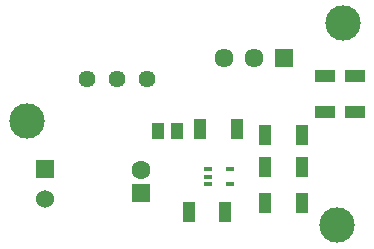
<source format=gbr>
%TF.GenerationSoftware,KiCad,Pcbnew,8.0.2*%
%TF.CreationDate,2024-06-17T10:53:27+02:00*%
%TF.ProjectId,IMD SCS Maker,494d4420-5343-4532-904d-616b65722e6b,rev?*%
%TF.SameCoordinates,Original*%
%TF.FileFunction,Soldermask,Top*%
%TF.FilePolarity,Negative*%
%FSLAX46Y46*%
G04 Gerber Fmt 4.6, Leading zero omitted, Abs format (unit mm)*
G04 Created by KiCad (PCBNEW 8.0.2) date 2024-06-17 10:53:27*
%MOMM*%
%LPD*%
G01*
G04 APERTURE LIST*
G04 Aperture macros list*
%AMRoundRect*
0 Rectangle with rounded corners*
0 $1 Rounding radius*
0 $2 $3 $4 $5 $6 $7 $8 $9 X,Y pos of 4 corners*
0 Add a 4 corners polygon primitive as box body*
4,1,4,$2,$3,$4,$5,$6,$7,$8,$9,$2,$3,0*
0 Add four circle primitives for the rounded corners*
1,1,$1+$1,$2,$3*
1,1,$1+$1,$4,$5*
1,1,$1+$1,$6,$7*
1,1,$1+$1,$8,$9*
0 Add four rect primitives between the rounded corners*
20,1,$1+$1,$2,$3,$4,$5,0*
20,1,$1+$1,$4,$5,$6,$7,0*
20,1,$1+$1,$6,$7,$8,$9,0*
20,1,$1+$1,$8,$9,$2,$3,0*%
G04 Aperture macros list end*
%ADD10C,1.440000*%
%ADD11C,3.000000*%
%ADD12R,1.610000X1.610000*%
%ADD13C,1.610000*%
%ADD14R,1.800000X1.050000*%
%ADD15R,1.530000X1.530000*%
%ADD16C,1.530000*%
%ADD17R,1.050000X1.800000*%
%ADD18RoundRect,0.100000X-0.225000X-0.100000X0.225000X-0.100000X0.225000X0.100000X-0.225000X0.100000X0*%
%ADD19R,1.070000X1.470000*%
%ADD20R,1.600000X1.600000*%
%ADD21C,1.600000*%
G04 APERTURE END LIST*
D10*
%TO.C,U1*%
X70866000Y-46736000D03*
X73406000Y-46736000D03*
X75946000Y-46736000D03*
%TD*%
D11*
%TO.C,*%
X92500000Y-42000000D03*
%TD*%
D12*
%TO.C,J3*%
X87540000Y-45000000D03*
D13*
X85000000Y-45000000D03*
X82460000Y-45000000D03*
%TD*%
D14*
%TO.C,R5*%
X93500000Y-49550000D03*
X93500000Y-46450000D03*
%TD*%
D15*
%TO.C,J1*%
X67316500Y-54400000D03*
D16*
X67316500Y-56940000D03*
%TD*%
D17*
%TO.C,R3*%
X85950000Y-57250000D03*
X89050000Y-57250000D03*
%TD*%
%TO.C,R4*%
X79450000Y-58000000D03*
X82550000Y-58000000D03*
%TD*%
%TO.C,R1*%
X89050000Y-51500000D03*
X85950000Y-51500000D03*
%TD*%
D18*
%TO.C,CP1*%
X81050000Y-54350000D03*
X81050000Y-55000000D03*
X81050000Y-55650000D03*
X82950000Y-55650000D03*
X82950000Y-54350000D03*
%TD*%
D19*
%TO.C,C2*%
X76842500Y-51154000D03*
X78482500Y-51154000D03*
%TD*%
D11*
%TO.C,*%
X92000000Y-59131200D03*
%TD*%
D14*
%TO.C,R7*%
X91000000Y-46450000D03*
X91000000Y-49550000D03*
%TD*%
D20*
%TO.C,C1*%
X75376500Y-56427112D03*
D21*
X75376500Y-54427112D03*
%TD*%
D17*
%TO.C,R6*%
X83550000Y-51000000D03*
X80450000Y-51000000D03*
%TD*%
%TO.C,R2*%
X89050000Y-54202000D03*
X85950000Y-54202000D03*
%TD*%
D11*
%TO.C,*%
X65735200Y-50292000D03*
%TD*%
M02*

</source>
